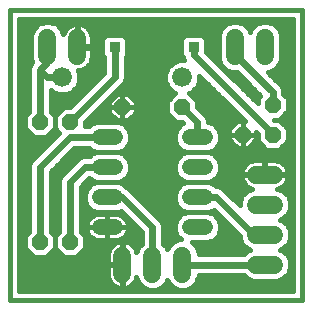
<source format=gbl>
G75*
G70*
%OFA0B0*%
%FSLAX24Y24*%
%IPPOS*%
%LPD*%
%AMOC8*
5,1,8,0,0,1.08239X$1,22.5*
%
%ADD10C,0.0160*%
%ADD11C,0.0520*%
%ADD12C,0.0600*%
%ADD13OC8,0.0520*%
%ADD14C,0.0660*%
%ADD15C,0.0240*%
%ADD16R,0.0356X0.0356*%
D10*
X000367Y000180D02*
X010117Y000180D01*
X010117Y009867D01*
X000367Y009867D01*
X000367Y000180D01*
X000687Y000500D02*
X000687Y009547D01*
X009797Y009547D01*
X009797Y000500D01*
X000687Y000500D01*
X000687Y000559D02*
X004932Y000559D01*
X005009Y000527D02*
X005224Y000527D01*
X005423Y000609D01*
X005574Y000761D01*
X005617Y000863D01*
X005659Y000761D01*
X005811Y000609D01*
X006009Y000527D01*
X006224Y000527D01*
X006423Y000609D01*
X006574Y000761D01*
X006657Y000959D01*
X006657Y001007D01*
X008163Y001007D01*
X008261Y000909D01*
X008459Y000827D01*
X009274Y000827D01*
X009473Y000909D01*
X009624Y001061D01*
X009707Y001259D01*
X009707Y001474D01*
X009624Y001672D01*
X009473Y001824D01*
X009371Y001867D01*
X009473Y001909D01*
X009624Y002061D01*
X009707Y002259D01*
X009707Y002474D01*
X009624Y002672D01*
X009473Y002824D01*
X009371Y002867D01*
X009473Y002909D01*
X009624Y003061D01*
X009707Y003259D01*
X009707Y003474D01*
X009624Y003672D01*
X009473Y003824D01*
X009287Y003901D01*
X009351Y003922D01*
X009418Y003956D01*
X009479Y004000D01*
X009533Y004054D01*
X009577Y004115D01*
X009611Y004182D01*
X009635Y004254D01*
X009647Y004329D01*
X009647Y004347D01*
X008887Y004347D01*
X008887Y004387D01*
X008847Y004387D01*
X008847Y004847D01*
X008529Y004847D01*
X008454Y004835D01*
X008382Y004811D01*
X008315Y004777D01*
X008254Y004733D01*
X008201Y004679D01*
X008156Y004618D01*
X008122Y004551D01*
X008098Y004479D01*
X008087Y004404D01*
X008087Y004387D01*
X008847Y004387D01*
X008847Y004347D01*
X008087Y004347D01*
X008087Y004329D01*
X008098Y004254D01*
X008122Y004182D01*
X008156Y004115D01*
X008201Y004054D01*
X008254Y004000D01*
X008315Y003956D01*
X008382Y003922D01*
X008446Y003901D01*
X008261Y003824D01*
X008109Y003672D01*
X008027Y003474D01*
X008027Y003341D01*
X007547Y003820D01*
X007446Y003922D01*
X007313Y003977D01*
X007224Y003977D01*
X007160Y004040D01*
X006976Y004117D01*
X007160Y004193D01*
X007301Y004333D01*
X007377Y004517D01*
X007377Y004716D01*
X007301Y004900D01*
X007160Y005040D01*
X006976Y005117D01*
X007160Y005193D01*
X007301Y005333D01*
X007377Y005517D01*
X007377Y005716D01*
X007301Y005900D01*
X007160Y006040D01*
X006977Y006116D01*
X006977Y006188D01*
X006922Y006320D01*
X006617Y006626D01*
X006617Y006824D01*
X006346Y007095D01*
X006440Y007133D01*
X006600Y007294D01*
X006687Y007503D01*
X006687Y007662D01*
X008208Y006141D01*
X008125Y006141D01*
X007943Y006141D01*
X007685Y005883D01*
X007685Y005701D01*
X008125Y005701D01*
X008125Y006141D01*
X008125Y005701D01*
X008125Y005701D01*
X008125Y005701D01*
X008565Y005701D01*
X008565Y005784D01*
X008625Y005724D01*
X008625Y005494D01*
X008918Y005201D01*
X009332Y005201D01*
X009625Y005494D01*
X009625Y005908D01*
X009332Y006201D01*
X009625Y006494D01*
X009625Y006908D01*
X009485Y007048D01*
X009485Y007180D01*
X009430Y007312D01*
X008966Y007777D01*
X008974Y007777D01*
X009173Y007859D01*
X009324Y008011D01*
X009407Y008209D01*
X009407Y009024D01*
X009324Y009222D01*
X009173Y009374D01*
X008974Y009457D01*
X008759Y009457D01*
X008561Y009374D01*
X008409Y009222D01*
X008367Y009121D01*
X008324Y009222D01*
X008173Y009374D01*
X007974Y009457D01*
X007759Y009457D01*
X007561Y009374D01*
X007409Y009222D01*
X007327Y009024D01*
X007327Y008209D01*
X007409Y008011D01*
X007561Y007859D01*
X007759Y007777D01*
X007948Y007777D01*
X008721Y007003D01*
X008625Y006908D01*
X008625Y006742D01*
X006910Y008458D01*
X006910Y008842D01*
X006873Y008931D01*
X006806Y008998D01*
X006718Y009035D01*
X006266Y009035D01*
X006178Y008998D01*
X006110Y008931D01*
X006074Y008842D01*
X006074Y008391D01*
X006110Y008303D01*
X006142Y008271D01*
X006177Y008187D01*
X006003Y008187D01*
X005794Y008100D01*
X005633Y007939D01*
X005547Y007730D01*
X005547Y007503D01*
X005633Y007294D01*
X005794Y007133D01*
X005888Y007095D01*
X005617Y006824D01*
X005617Y006409D01*
X005910Y006117D01*
X006108Y006117D01*
X006151Y006073D01*
X006073Y006040D01*
X005933Y005900D01*
X005857Y005716D01*
X005857Y005517D01*
X005933Y005333D01*
X006073Y005193D01*
X006257Y005117D01*
X006976Y005117D01*
X006257Y005117D01*
X006073Y005040D01*
X005933Y004900D01*
X005857Y004716D01*
X005857Y004517D01*
X005933Y004333D01*
X006073Y004193D01*
X006257Y004117D01*
X006976Y004117D01*
X006257Y004117D01*
X006073Y004040D01*
X005933Y003900D01*
X005857Y003716D01*
X005857Y003517D01*
X005933Y003333D01*
X006073Y003193D01*
X006257Y003117D01*
X006976Y003117D01*
X007157Y003192D01*
X008027Y002322D01*
X008027Y002259D01*
X008109Y002061D01*
X008261Y001909D01*
X008363Y001867D01*
X008261Y001824D01*
X008163Y001727D01*
X006657Y001727D01*
X006657Y001774D01*
X006574Y001972D01*
X006430Y002117D01*
X006976Y002117D01*
X007160Y002193D01*
X007301Y002333D01*
X007377Y002517D01*
X007377Y002716D01*
X007301Y002900D01*
X007160Y003040D01*
X006976Y003117D01*
X006257Y003117D01*
X006073Y003040D01*
X005933Y002900D01*
X005857Y002716D01*
X005857Y002517D01*
X005933Y002333D01*
X006060Y002207D01*
X006009Y002207D01*
X005811Y002124D01*
X005659Y001972D01*
X005617Y001871D01*
X005574Y001972D01*
X005477Y002070D01*
X005477Y002688D01*
X005422Y002820D01*
X004422Y003820D01*
X004321Y003922D01*
X004249Y003951D01*
X004160Y004040D01*
X003976Y004117D01*
X004160Y004193D01*
X004301Y004333D01*
X004377Y004517D01*
X004377Y004716D01*
X004301Y004900D01*
X004160Y005040D01*
X003976Y005117D01*
X004160Y005193D01*
X004301Y005333D01*
X004377Y005517D01*
X004377Y005716D01*
X004301Y005900D01*
X004160Y006040D01*
X003976Y006117D01*
X003257Y006117D01*
X003073Y006040D01*
X003010Y005977D01*
X002867Y005977D01*
X002867Y006107D01*
X004071Y007311D01*
X004172Y007413D01*
X004227Y007545D01*
X004227Y008281D01*
X004248Y008303D01*
X004285Y008391D01*
X004285Y008842D01*
X004248Y008931D01*
X004181Y008998D01*
X004093Y009035D01*
X003641Y009035D01*
X003553Y008998D01*
X003485Y008931D01*
X003449Y008842D01*
X003449Y008391D01*
X003485Y008303D01*
X003507Y008281D01*
X003507Y007766D01*
X002358Y006617D01*
X002160Y006617D01*
X001867Y006324D01*
X001867Y005909D01*
X002009Y005768D01*
X001061Y004820D01*
X001007Y004688D01*
X001007Y002464D01*
X000867Y002324D01*
X000867Y001909D01*
X001160Y001617D01*
X001574Y001617D01*
X001867Y001909D01*
X002160Y001617D01*
X002574Y001617D01*
X002867Y001909D01*
X002867Y002324D01*
X002727Y002464D01*
X002727Y003967D01*
X003013Y004253D01*
X003073Y004193D01*
X003257Y004117D01*
X003976Y004117D01*
X003257Y004117D01*
X003073Y004040D01*
X002933Y003900D01*
X002857Y003716D01*
X002857Y003517D01*
X002933Y003333D01*
X003073Y003193D01*
X003257Y003117D01*
X003976Y003117D01*
X004069Y003155D01*
X004757Y002467D01*
X004757Y002070D01*
X004659Y001972D01*
X004582Y001787D01*
X004561Y001851D01*
X004527Y001918D01*
X004483Y001979D01*
X004429Y002033D01*
X004368Y002077D01*
X004301Y002111D01*
X004229Y002135D01*
X004154Y002147D01*
X004137Y002147D01*
X004137Y001387D01*
X004097Y001387D01*
X004097Y002147D01*
X004079Y002147D01*
X004004Y002135D01*
X003932Y002111D01*
X003865Y002077D01*
X003804Y002033D01*
X003751Y001979D01*
X003706Y001918D01*
X003672Y001851D01*
X003648Y001779D01*
X003637Y001704D01*
X003637Y001387D01*
X004097Y001387D01*
X004097Y001347D01*
X003637Y001347D01*
X003637Y001029D01*
X003648Y000954D01*
X003672Y000882D01*
X003706Y000815D01*
X003751Y000754D01*
X003804Y000700D01*
X003865Y000656D01*
X003932Y000622D01*
X004004Y000598D01*
X004079Y000587D01*
X004097Y000587D01*
X004097Y001347D01*
X004137Y001347D01*
X004137Y000587D01*
X004154Y000587D01*
X004229Y000598D01*
X004301Y000622D01*
X004368Y000656D01*
X004429Y000700D01*
X004483Y000754D01*
X004527Y000815D01*
X004561Y000882D01*
X004582Y000946D01*
X004659Y000761D01*
X004811Y000609D01*
X005009Y000527D01*
X005301Y000559D02*
X005932Y000559D01*
X005702Y000717D02*
X005531Y000717D01*
X006301Y000559D02*
X009797Y000559D01*
X009797Y000717D02*
X006531Y000717D01*
X006622Y000876D02*
X008341Y000876D01*
X009392Y000876D02*
X009797Y000876D01*
X009797Y001034D02*
X009598Y001034D01*
X009679Y001193D02*
X009797Y001193D01*
X009797Y001351D02*
X009707Y001351D01*
X009692Y001510D02*
X009797Y001510D01*
X009797Y001668D02*
X009626Y001668D01*
X009467Y001827D02*
X009797Y001827D01*
X009797Y001985D02*
X009549Y001985D01*
X009659Y002144D02*
X009797Y002144D01*
X009797Y002302D02*
X009707Y002302D01*
X009707Y002461D02*
X009797Y002461D01*
X009797Y002619D02*
X009647Y002619D01*
X009519Y002778D02*
X009797Y002778D01*
X009797Y002936D02*
X009500Y002936D01*
X009638Y003095D02*
X009797Y003095D01*
X009797Y003253D02*
X009704Y003253D01*
X009707Y003412D02*
X009797Y003412D01*
X009797Y003570D02*
X009667Y003570D01*
X009568Y003729D02*
X009797Y003729D01*
X009797Y003887D02*
X009321Y003887D01*
X009524Y004046D02*
X009797Y004046D01*
X009797Y004204D02*
X009619Y004204D01*
X009647Y004387D02*
X009647Y004404D01*
X009635Y004479D01*
X009611Y004551D01*
X009577Y004618D01*
X009533Y004679D01*
X009479Y004733D01*
X009418Y004777D01*
X009351Y004811D01*
X009279Y004835D01*
X009204Y004847D01*
X008887Y004847D01*
X008887Y004387D01*
X009647Y004387D01*
X009797Y004363D02*
X008887Y004363D01*
X008847Y004363D02*
X007313Y004363D01*
X007377Y004521D02*
X008112Y004521D01*
X008201Y004680D02*
X007377Y004680D01*
X007326Y004838D02*
X008475Y004838D01*
X008847Y004838D02*
X008887Y004838D01*
X008887Y004680D02*
X008847Y004680D01*
X008847Y004521D02*
X008887Y004521D01*
X009258Y004838D02*
X009797Y004838D01*
X009797Y004997D02*
X007204Y004997D01*
X007069Y005155D02*
X009797Y005155D01*
X009797Y005314D02*
X009445Y005314D01*
X009604Y005472D02*
X009797Y005472D01*
X009797Y005631D02*
X009625Y005631D01*
X009625Y005789D02*
X009797Y005789D01*
X009797Y005948D02*
X009585Y005948D01*
X009427Y006106D02*
X009797Y006106D01*
X009797Y006265D02*
X009396Y006265D01*
X009332Y006201D02*
X009167Y006201D01*
X009167Y006201D01*
X009332Y006201D01*
X009555Y006423D02*
X009797Y006423D01*
X009797Y006582D02*
X009625Y006582D01*
X009625Y006740D02*
X009797Y006740D01*
X009797Y006899D02*
X009625Y006899D01*
X009485Y007057D02*
X009797Y007057D01*
X009797Y007216D02*
X009470Y007216D01*
X009368Y007374D02*
X009797Y007374D01*
X009797Y007533D02*
X009210Y007533D01*
X009051Y007691D02*
X009797Y007691D01*
X009797Y007850D02*
X009150Y007850D01*
X009322Y008008D02*
X009797Y008008D01*
X009797Y008167D02*
X009389Y008167D01*
X009407Y008325D02*
X009797Y008325D01*
X009797Y008484D02*
X009407Y008484D01*
X009407Y008642D02*
X009797Y008642D01*
X009797Y008801D02*
X009407Y008801D01*
X009407Y008959D02*
X009797Y008959D01*
X009797Y009118D02*
X009368Y009118D01*
X009271Y009276D02*
X009797Y009276D01*
X009797Y009435D02*
X009027Y009435D01*
X008706Y009435D02*
X008027Y009435D01*
X008271Y009276D02*
X008463Y009276D01*
X007706Y009435D02*
X001777Y009435D01*
X001724Y009457D02*
X001509Y009457D01*
X001311Y009374D01*
X001159Y009222D01*
X001077Y009024D01*
X001077Y008209D01*
X001113Y008122D01*
X001061Y008070D01*
X001007Y007938D01*
X001007Y006464D01*
X000867Y006324D01*
X000867Y005909D01*
X001160Y005617D01*
X001574Y005617D01*
X001867Y005909D01*
X001867Y006324D01*
X001727Y006464D01*
X001727Y007200D01*
X001794Y007133D01*
X002003Y007047D01*
X002230Y007047D01*
X002440Y007133D01*
X002600Y007294D01*
X002687Y007503D01*
X002687Y007730D01*
X002643Y007837D01*
X002654Y007837D01*
X002729Y007848D01*
X002801Y007872D01*
X002868Y007906D01*
X002929Y007950D01*
X002983Y008004D01*
X003027Y008065D01*
X003061Y008132D01*
X003085Y008204D01*
X003097Y008279D01*
X003097Y008597D01*
X002637Y008597D01*
X002637Y008637D01*
X002597Y008637D01*
X002597Y009397D01*
X002579Y009397D01*
X002504Y009385D01*
X002432Y009361D01*
X002365Y009327D01*
X002304Y009283D01*
X002251Y009229D01*
X002206Y009168D01*
X002172Y009101D01*
X002151Y009037D01*
X002074Y009222D01*
X001923Y009374D01*
X001724Y009457D01*
X001456Y009435D02*
X000687Y009435D01*
X000687Y009276D02*
X001213Y009276D01*
X001115Y009118D02*
X000687Y009118D01*
X000687Y008959D02*
X001077Y008959D01*
X001077Y008801D02*
X000687Y008801D01*
X000687Y008642D02*
X001077Y008642D01*
X001077Y008484D02*
X000687Y008484D01*
X000687Y008325D02*
X001077Y008325D01*
X001094Y008167D02*
X000687Y008167D01*
X000687Y008008D02*
X001036Y008008D01*
X001007Y007850D02*
X000687Y007850D01*
X000687Y007691D02*
X001007Y007691D01*
X001007Y007533D02*
X000687Y007533D01*
X000687Y007374D02*
X001007Y007374D01*
X001007Y007216D02*
X000687Y007216D01*
X000687Y007057D02*
X001007Y007057D01*
X001007Y006899D02*
X000687Y006899D01*
X000687Y006740D02*
X001007Y006740D01*
X001007Y006582D02*
X000687Y006582D01*
X000687Y006423D02*
X000966Y006423D01*
X000867Y006265D02*
X000687Y006265D01*
X000687Y006106D02*
X000867Y006106D01*
X000867Y005948D02*
X000687Y005948D01*
X000687Y005789D02*
X000987Y005789D01*
X001146Y005631D02*
X000687Y005631D01*
X000687Y005472D02*
X001713Y005472D01*
X001588Y005631D02*
X001872Y005631D01*
X001987Y005789D02*
X001746Y005789D01*
X001867Y005948D02*
X001867Y005948D01*
X001867Y006106D02*
X001867Y006106D01*
X001867Y006265D02*
X001867Y006265D01*
X001767Y006423D02*
X001966Y006423D01*
X002125Y006582D02*
X001727Y006582D01*
X001727Y006740D02*
X002481Y006740D01*
X002640Y006899D02*
X001727Y006899D01*
X001727Y007057D02*
X001978Y007057D01*
X002255Y007057D02*
X002798Y007057D01*
X002957Y007216D02*
X002522Y007216D01*
X002633Y007374D02*
X003115Y007374D01*
X003274Y007533D02*
X002687Y007533D01*
X002687Y007691D02*
X003432Y007691D01*
X003507Y007850D02*
X002733Y007850D01*
X002986Y008008D02*
X003507Y008008D01*
X003507Y008167D02*
X003073Y008167D01*
X003097Y008325D02*
X003476Y008325D01*
X003449Y008484D02*
X003097Y008484D01*
X003097Y008637D02*
X003097Y008954D01*
X003085Y009029D01*
X003061Y009101D01*
X003027Y009168D01*
X002983Y009229D01*
X002929Y009283D01*
X002868Y009327D01*
X002801Y009361D01*
X002729Y009385D01*
X002654Y009397D01*
X002637Y009397D01*
X002637Y008637D01*
X003097Y008637D01*
X003097Y008642D02*
X003449Y008642D01*
X003449Y008801D02*
X003097Y008801D01*
X003096Y008959D02*
X003514Y008959D01*
X003053Y009118D02*
X007365Y009118D01*
X007327Y008959D02*
X006845Y008959D01*
X006910Y008801D02*
X007327Y008801D01*
X007327Y008642D02*
X006910Y008642D01*
X006910Y008484D02*
X007327Y008484D01*
X007327Y008325D02*
X007042Y008325D01*
X007201Y008167D02*
X007344Y008167D01*
X007359Y008008D02*
X007411Y008008D01*
X007518Y007850D02*
X007583Y007850D01*
X007676Y007691D02*
X008033Y007691D01*
X008192Y007533D02*
X007835Y007533D01*
X007993Y007374D02*
X008350Y007374D01*
X008509Y007216D02*
X008152Y007216D01*
X008310Y007057D02*
X008667Y007057D01*
X008625Y006899D02*
X008469Y006899D01*
X007926Y006423D02*
X006819Y006423D01*
X006945Y006265D02*
X008085Y006265D01*
X008125Y006106D02*
X008125Y006106D01*
X008125Y005948D02*
X008125Y005948D01*
X008125Y005789D02*
X008125Y005789D01*
X008125Y005701D02*
X008125Y005701D01*
X007685Y005701D01*
X007685Y005518D01*
X007943Y005261D01*
X008125Y005261D01*
X008125Y005701D01*
X008565Y005701D01*
X008565Y005518D01*
X008307Y005261D01*
X008125Y005261D01*
X008125Y005701D01*
X008125Y005701D01*
X008125Y005631D02*
X008125Y005631D01*
X008125Y005472D02*
X008125Y005472D01*
X008125Y005314D02*
X008125Y005314D01*
X007890Y005314D02*
X007281Y005314D01*
X007358Y005472D02*
X007731Y005472D01*
X007685Y005631D02*
X007377Y005631D01*
X007346Y005789D02*
X007685Y005789D01*
X007750Y005948D02*
X007253Y005948D01*
X007001Y006106D02*
X007908Y006106D01*
X007768Y006582D02*
X006661Y006582D01*
X006617Y006740D02*
X007609Y006740D01*
X007451Y006899D02*
X006542Y006899D01*
X006383Y007057D02*
X007292Y007057D01*
X007134Y007216D02*
X006522Y007216D01*
X006633Y007374D02*
X006975Y007374D01*
X006817Y007533D02*
X006687Y007533D01*
X005850Y007057D02*
X003816Y007057D01*
X003934Y007057D02*
X003677Y006799D01*
X003677Y006617D01*
X004117Y006617D01*
X004117Y006617D01*
X004117Y007057D01*
X004299Y007057D01*
X004557Y006799D01*
X004557Y006617D01*
X004117Y006617D01*
X004117Y006617D01*
X004117Y007057D01*
X003934Y007057D01*
X003975Y007216D02*
X005712Y007216D01*
X005600Y007374D02*
X004133Y007374D01*
X004071Y007311D02*
X004071Y007311D01*
X004222Y007533D02*
X005547Y007533D01*
X005547Y007691D02*
X004227Y007691D01*
X004227Y007850D02*
X005596Y007850D01*
X005702Y008008D02*
X004227Y008008D01*
X004227Y008167D02*
X005955Y008167D01*
X006101Y008325D02*
X004258Y008325D01*
X004285Y008484D02*
X006074Y008484D01*
X006074Y008642D02*
X004285Y008642D01*
X004285Y008801D02*
X006074Y008801D01*
X006139Y008959D02*
X004220Y008959D01*
X002936Y009276D02*
X007463Y009276D01*
X005692Y006899D02*
X004457Y006899D01*
X004557Y006740D02*
X005617Y006740D01*
X005617Y006582D02*
X004557Y006582D01*
X004557Y006617D02*
X004117Y006617D01*
X004117Y006617D01*
X004117Y006177D01*
X004299Y006177D01*
X004557Y006434D01*
X004557Y006617D01*
X004545Y006423D02*
X005617Y006423D01*
X005762Y006265D02*
X004387Y006265D01*
X004117Y006265D02*
X004117Y006265D01*
X004117Y006177D02*
X003934Y006177D01*
X003677Y006434D01*
X003677Y006617D01*
X004117Y006617D01*
X004117Y006617D01*
X004117Y006177D01*
X004001Y006106D02*
X006118Y006106D01*
X005981Y005948D02*
X004253Y005948D01*
X004346Y005789D02*
X005887Y005789D01*
X005857Y005631D02*
X004377Y005631D01*
X004358Y005472D02*
X005875Y005472D01*
X005953Y005314D02*
X004281Y005314D01*
X004069Y005155D02*
X006164Y005155D01*
X006030Y004997D02*
X004204Y004997D01*
X004326Y004838D02*
X005907Y004838D01*
X005857Y004680D02*
X004377Y004680D01*
X004377Y004521D02*
X005857Y004521D01*
X005921Y004363D02*
X004313Y004363D01*
X004171Y004204D02*
X006062Y004204D01*
X006086Y004046D02*
X004148Y004046D01*
X004355Y003887D02*
X005928Y003887D01*
X005862Y003729D02*
X004514Y003729D01*
X004672Y003570D02*
X005857Y003570D01*
X005900Y003412D02*
X004831Y003412D01*
X004989Y003253D02*
X006013Y003253D01*
X006204Y003095D02*
X005148Y003095D01*
X005306Y002936D02*
X005969Y002936D01*
X005882Y002778D02*
X005440Y002778D01*
X005477Y002619D02*
X005857Y002619D01*
X005880Y002461D02*
X005477Y002461D01*
X005477Y002302D02*
X005964Y002302D01*
X005857Y002144D02*
X005477Y002144D01*
X005562Y001985D02*
X005671Y001985D01*
X006562Y001985D02*
X008184Y001985D01*
X008266Y001827D02*
X006635Y001827D01*
X007041Y002144D02*
X008075Y002144D01*
X008027Y002302D02*
X007269Y002302D01*
X007353Y002461D02*
X007889Y002461D01*
X007730Y002619D02*
X007377Y002619D01*
X007351Y002778D02*
X007572Y002778D01*
X007413Y002936D02*
X007264Y002936D01*
X007255Y003095D02*
X007029Y003095D01*
X007797Y003570D02*
X008066Y003570D01*
X008027Y003412D02*
X007956Y003412D01*
X008165Y003729D02*
X007639Y003729D01*
X007480Y003887D02*
X008412Y003887D01*
X008209Y004046D02*
X007148Y004046D01*
X007171Y004204D02*
X008115Y004204D01*
X008360Y005314D02*
X008805Y005314D01*
X008647Y005472D02*
X008519Y005472D01*
X008565Y005631D02*
X008625Y005631D01*
X009532Y004680D02*
X009797Y004680D01*
X009797Y004521D02*
X009621Y004521D01*
X004757Y002461D02*
X004289Y002461D01*
X004284Y002448D02*
X004306Y002514D01*
X004317Y002582D01*
X004317Y002617D01*
X004317Y002651D01*
X004306Y002720D01*
X004284Y002785D01*
X004253Y002847D01*
X004212Y002903D01*
X004163Y002952D01*
X004107Y002993D01*
X004046Y003024D01*
X003980Y003046D01*
X003911Y003057D01*
X003617Y003057D01*
X003617Y002617D01*
X003617Y002617D01*
X004317Y002617D01*
X003617Y002617D01*
X003617Y002617D01*
X003617Y003057D01*
X003322Y003057D01*
X003254Y003046D01*
X003188Y003024D01*
X003126Y002993D01*
X003070Y002952D01*
X003021Y002903D01*
X002980Y002847D01*
X002949Y002785D01*
X002928Y002720D01*
X002917Y002651D01*
X002917Y002617D01*
X003617Y002617D01*
X003617Y002617D01*
X003617Y002177D01*
X003911Y002177D01*
X003980Y002187D01*
X004046Y002209D01*
X004107Y002240D01*
X004163Y002281D01*
X004212Y002330D01*
X004253Y002386D01*
X004284Y002448D01*
X004317Y002619D02*
X004605Y002619D01*
X004447Y002778D02*
X004287Y002778D01*
X004288Y002936D02*
X004179Y002936D01*
X004130Y003095D02*
X002727Y003095D01*
X002727Y002936D02*
X003054Y002936D01*
X002946Y002778D02*
X002727Y002778D01*
X002727Y002619D02*
X002917Y002619D01*
X002917Y002617D02*
X002917Y002582D01*
X002928Y002514D01*
X002949Y002448D01*
X002980Y002386D01*
X003021Y002330D01*
X003070Y002281D01*
X003126Y002240D01*
X003188Y002209D01*
X003254Y002187D01*
X003322Y002177D01*
X003617Y002177D01*
X003617Y002617D01*
X003617Y002617D01*
X002917Y002617D01*
X002945Y002461D02*
X002730Y002461D01*
X002867Y002302D02*
X003049Y002302D01*
X002867Y002144D02*
X004060Y002144D01*
X004097Y002144D02*
X004137Y002144D01*
X004173Y002144D02*
X004757Y002144D01*
X004757Y002302D02*
X004184Y002302D01*
X004137Y001985D02*
X004097Y001985D01*
X004097Y001827D02*
X004137Y001827D01*
X004137Y001668D02*
X004097Y001668D01*
X004097Y001510D02*
X004137Y001510D01*
X004097Y001351D02*
X000687Y001351D01*
X000687Y001193D02*
X003637Y001193D01*
X003637Y001034D02*
X000687Y001034D01*
X000687Y000876D02*
X003675Y000876D01*
X003787Y000717D02*
X000687Y000717D01*
X000687Y001510D02*
X003637Y001510D01*
X003637Y001668D02*
X002625Y001668D01*
X002784Y001827D02*
X003664Y001827D01*
X003756Y001985D02*
X002867Y001985D01*
X003617Y002302D02*
X003617Y002302D01*
X003617Y002461D02*
X003617Y002461D01*
X003617Y002619D02*
X003617Y002619D01*
X003617Y002778D02*
X003617Y002778D01*
X003617Y002936D02*
X003617Y002936D01*
X003013Y003253D02*
X002727Y003253D01*
X002727Y003412D02*
X002900Y003412D01*
X002857Y003570D02*
X002727Y003570D01*
X002727Y003729D02*
X002862Y003729D01*
X002928Y003887D02*
X002727Y003887D01*
X002805Y004046D02*
X003086Y004046D01*
X003062Y004204D02*
X002963Y004204D01*
X002421Y004680D02*
X001939Y004680D01*
X001780Y004521D02*
X002262Y004521D01*
X002163Y004422D02*
X002061Y004320D01*
X002007Y004188D01*
X002007Y002464D01*
X001867Y002324D01*
X001867Y001909D01*
X001867Y002324D01*
X001727Y002464D01*
X001727Y004467D01*
X002516Y005257D01*
X003010Y005257D01*
X003073Y005193D01*
X003257Y005117D01*
X003976Y005117D01*
X003257Y005117D01*
X003073Y005040D01*
X003010Y004977D01*
X002795Y004977D01*
X002663Y004922D01*
X002163Y004422D01*
X002104Y004363D02*
X001727Y004363D01*
X001727Y004204D02*
X002013Y004204D01*
X002007Y004046D02*
X001727Y004046D01*
X001727Y003887D02*
X002007Y003887D01*
X002007Y003729D02*
X001727Y003729D01*
X001727Y003570D02*
X002007Y003570D01*
X002007Y003412D02*
X001727Y003412D01*
X001727Y003253D02*
X002007Y003253D01*
X002007Y003095D02*
X001727Y003095D01*
X001727Y002936D02*
X002007Y002936D01*
X002007Y002778D02*
X001727Y002778D01*
X001727Y002619D02*
X002007Y002619D01*
X002004Y002461D02*
X001730Y002461D01*
X001867Y002302D02*
X001867Y002302D01*
X001867Y002144D02*
X001867Y002144D01*
X001867Y001985D02*
X001867Y001985D01*
X001784Y001827D02*
X001950Y001827D01*
X002108Y001668D02*
X001625Y001668D01*
X001108Y001668D02*
X000687Y001668D01*
X000687Y001827D02*
X000950Y001827D01*
X000867Y001985D02*
X000687Y001985D01*
X000687Y002144D02*
X000867Y002144D01*
X000867Y002302D02*
X000687Y002302D01*
X000687Y002461D02*
X001004Y002461D01*
X001007Y002619D02*
X000687Y002619D01*
X000687Y002778D02*
X001007Y002778D01*
X001007Y002936D02*
X000687Y002936D01*
X000687Y003095D02*
X001007Y003095D01*
X001007Y003253D02*
X000687Y003253D01*
X000687Y003412D02*
X001007Y003412D01*
X001007Y003570D02*
X000687Y003570D01*
X000687Y003729D02*
X001007Y003729D01*
X001007Y003887D02*
X000687Y003887D01*
X000687Y004046D02*
X001007Y004046D01*
X001007Y004204D02*
X000687Y004204D01*
X000687Y004363D02*
X001007Y004363D01*
X001007Y004521D02*
X000687Y004521D01*
X000687Y004680D02*
X001007Y004680D01*
X001079Y004838D02*
X000687Y004838D01*
X000687Y004997D02*
X001238Y004997D01*
X001396Y005155D02*
X000687Y005155D01*
X000687Y005314D02*
X001555Y005314D01*
X002097Y004838D02*
X002579Y004838D01*
X002414Y005155D02*
X003164Y005155D01*
X003030Y004997D02*
X002256Y004997D01*
X002867Y006106D02*
X003232Y006106D01*
X003024Y006265D02*
X003846Y006265D01*
X003688Y006423D02*
X003182Y006423D01*
X003341Y006582D02*
X003677Y006582D01*
X003677Y006740D02*
X003499Y006740D01*
X003658Y006899D02*
X003776Y006899D01*
X004117Y006899D02*
X004117Y006899D01*
X004117Y006740D02*
X004117Y006740D01*
X004117Y006582D02*
X004117Y006582D01*
X004117Y006423D02*
X004117Y006423D01*
X002637Y008642D02*
X002597Y008642D01*
X002597Y008801D02*
X002637Y008801D01*
X002637Y008959D02*
X002597Y008959D01*
X002597Y009118D02*
X002637Y009118D01*
X002637Y009276D02*
X002597Y009276D01*
X002297Y009276D02*
X002021Y009276D01*
X002118Y009118D02*
X002180Y009118D01*
X004477Y001985D02*
X004671Y001985D01*
X004598Y001827D02*
X004569Y001827D01*
X004137Y001193D02*
X004097Y001193D01*
X004097Y001034D02*
X004137Y001034D01*
X004137Y000876D02*
X004097Y000876D01*
X004097Y000717D02*
X004137Y000717D01*
X004446Y000717D02*
X004702Y000717D01*
X004611Y000876D02*
X004558Y000876D01*
D11*
X003877Y002617D02*
X003357Y002617D01*
X003357Y003617D02*
X003877Y003617D01*
X003877Y004617D02*
X003357Y004617D01*
X003357Y005617D02*
X003877Y005617D01*
X006357Y005617D02*
X006877Y005617D01*
X006877Y004617D02*
X006357Y004617D01*
X006357Y003617D02*
X006877Y003617D01*
X006877Y002617D02*
X006357Y002617D01*
D12*
X006117Y001667D02*
X006117Y001067D01*
X005117Y001067D02*
X005117Y001667D01*
X004117Y001667D02*
X004117Y001067D01*
X008567Y001367D02*
X009167Y001367D01*
X009167Y002367D02*
X008567Y002367D01*
X008567Y003367D02*
X009167Y003367D01*
X009167Y004367D02*
X008567Y004367D01*
X008867Y008317D02*
X008867Y008917D01*
X007867Y008917D02*
X007867Y008317D01*
X002617Y008317D02*
X002617Y008917D01*
X001617Y008917D02*
X001617Y008317D01*
D13*
X004117Y006617D03*
X002367Y006117D03*
X001367Y006117D03*
X006117Y006617D03*
X008125Y005701D03*
X009125Y005701D03*
X009125Y006701D03*
X002367Y002117D03*
X001367Y002117D03*
D14*
X002117Y007617D03*
X006117Y007617D03*
D15*
X006492Y008367D02*
X006492Y008617D01*
X006492Y008367D02*
X009125Y005733D01*
X009125Y005701D01*
X009125Y006701D02*
X009125Y007108D01*
X007867Y008367D01*
X007867Y008617D01*
X007867Y008367D02*
X007867Y008242D01*
X006117Y006617D02*
X006617Y006117D01*
X006617Y005617D01*
X006617Y003617D02*
X007242Y003617D01*
X008492Y002367D01*
X008867Y002367D01*
X008867Y001367D02*
X006117Y001367D01*
X005117Y001367D02*
X005117Y002617D01*
X004117Y003617D01*
X003617Y003617D01*
X003617Y004617D02*
X002867Y004617D01*
X002367Y004117D01*
X002367Y002117D01*
X001367Y002117D02*
X001367Y004617D01*
X002367Y005617D01*
X003617Y005617D01*
X002367Y006117D02*
X003867Y007617D01*
X003867Y008617D01*
X002117Y007617D02*
X001617Y007617D01*
X001367Y007867D01*
X001617Y008117D01*
X001617Y008617D01*
X001367Y007867D02*
X001367Y006117D01*
D16*
X003867Y008617D03*
X006492Y008617D03*
M02*

</source>
